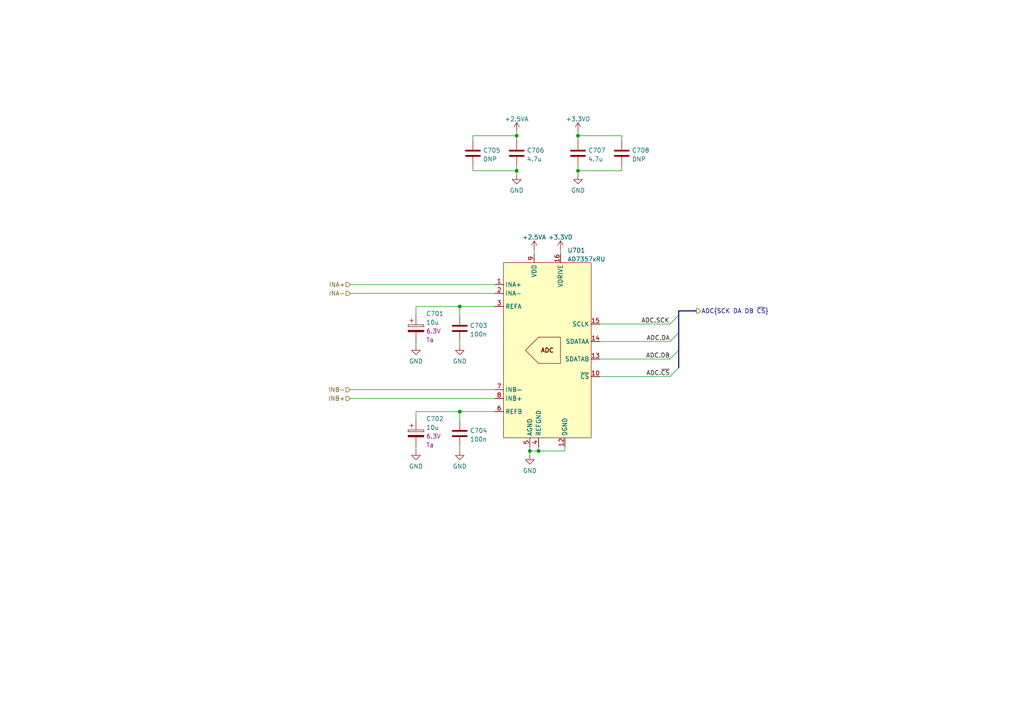
<source format=kicad_sch>
(kicad_sch (version 20211123) (generator eeschema)
  (paper "A4")
  (lib_symbols
    (symbol "Device:C" (pin_numbers hide) (pin_names (offset 0.254))
      (property "Reference" "C" (at 0.635 2.54 0))
      (property "Value" "C" (at 0.635 -2.54 0))
      (symbol "C_0_1"
        (polyline (pts (xy -2.032 -0.762) (xy 2.032 -0.762)) (stroke (width 0.508)))
        (polyline (pts (xy -2.032 0.762) (xy 2.032 0.762)) (stroke (width 0.508)))
      )
      (symbol "C_1_1"
        (pin passive line (at 0 3.81 270) (length 2.794) (name "~") (number "1"))
        (pin passive line (at 0 -3.81 90) (length 2.794) (name "~") (number "2"))
      )
    )
    (symbol "Device:C_Polarized" (pin_numbers hide) (pin_names (offset 0.254))
      (property "Reference" "C" (at 0.635 2.54 0))
      (property "Value" "C_Polarized" (at 0.635 -2.54 0))
      (symbol "C_Polarized_0_1"
        (rectangle (start -2.286 0.508) (end 2.286 1.016))
        (polyline (pts (xy -1.778 2.286) (xy -0.762 2.286)))
        (polyline (pts (xy -1.27 2.794) (xy -1.27 1.778)))
        (rectangle (start 2.286 -0.508) (end -2.286 -1.016) (fill (type outline)))
      )
      (symbol "C_Polarized_1_1"
        (pin passive line (at 0 3.81 270) (length 2.794) (name "~") (number "1"))
        (pin passive line (at 0 -3.81 90) (length 2.794) (name "~") (number "2"))
      )
    )
    (symbol "power:GND" (power) (pin_names (offset 0))
      (property "Value" "GND" (at 0 -3.81 0))
      (symbol "GND_0_1"
        (polyline (pts (xy 0 0) (xy 0 -1.27) (xy 1.27 -1.27) (xy 0 -2.54) (xy -1.27 -1.27) (xy 0 -1.27)))
      )
      (symbol "GND_1_1"
        (pin power_in line (at 0 0 270) (length 0) hide (name "GND") (number "1"))
      )
    )
    (symbol "symbols:+2.5VA" (power) (pin_names (offset 0))
      (property "Value" "+2.5VA" (at 0 3.556 0))
      (symbol "+2.5VA_0_1"
        (polyline (pts (xy -0.762 1.27) (xy 0 2.54)))
        (polyline (pts (xy 0 0) (xy 0 2.54)))
        (polyline (pts (xy 0 2.54) (xy 0.762 1.27)))
      )
      (symbol "+2.5VA_1_1"
        (pin power_in line (at 0 0 90) (length 0) hide (name "+2.5VA") (number "1"))
      )
    )
    (symbol "symbols:+3.3VD" (power) (pin_names (offset 0))
      (property "Value" "+3.3VD" (at 0 3.556 0))
      (symbol "+3.3VD_0_1"
        (polyline (pts (xy -0.762 1.27) (xy 0 2.54)))
        (polyline (pts (xy 0 0) (xy 0 2.54)))
        (polyline (pts (xy 0 2.54) (xy 0.762 1.27)))
      )
      (symbol "+3.3VD_1_1"
        (pin power_in line (at 0 0 90) (length 0) hide (name "+3.3VD") (number "1"))
      )
    )
    (symbol "symbols:AD7357xRU"
      (property "Reference" "U" (at 8.89 22.86 0))
      (property "Value" "AD7357xRU" (at 8.89 20.32 0))
      (symbol "AD7357xRU_0_0"
        (text "ADC" (at 0 0 0) (effects (font (size 1.27 1.27) bold)))
      )
      (symbol "AD7357xRU_0_1"
        (rectangle (start -12.7 25.4) (end 12.7 -25.4) (fill (type background)))
        (polyline (pts (xy -6.35 0) (xy -2.54 3.81) (xy 3.81 3.81) (xy 3.81 -3.81) (xy -2.54 -3.81) (xy -6.35 0)))
      )
      (symbol "AD7357xRU_1_1"
        (pin input line (at -15.24 19.05 0) (length 2.54) (name "INA+") (number "1"))
        (pin input line (at 15.24 -7.62 180) (length 2.54) (name "~{CS}") (number "10"))
        (pin power_in line (at -5.08 -27.94 90) (length 2.54) hide (name "AGND") (number "11"))
        (pin power_in line (at 5.08 -27.94 90) (length 2.54) (name "DGND") (number "12"))
        (pin output line (at 15.24 -2.54 180) (length 2.54) (name "SDATAB") (number "13"))
        (pin output line (at 15.24 2.54 180) (length 2.54) (name "SDATAA") (number "14"))
        (pin input line (at 15.24 7.62 180) (length 2.54) (name "SCLK") (number "15"))
        (pin power_in line (at 3.81 27.94 270) (length 2.54) (name "VDRIVE") (number "16"))
        (pin input line (at -15.24 16.51 0) (length 2.54) (name "INA-") (number "2"))
        (pin bidirectional line (at -15.24 12.7 0) (length 2.54) (name "REFA") (number "3"))
        (pin power_in line (at -2.54 -27.94 90) (length 2.54) (name "REFGND") (number "4"))
        (pin power_in line (at -5.08 -27.94 90) (length 2.54) (name "AGND") (number "5"))
        (pin bidirectional line (at -15.24 -17.78 0) (length 2.54) (name "REFB") (number "6"))
        (pin input line (at -15.24 -11.43 0) (length 2.54) (name "INB-") (number "7"))
        (pin input line (at -15.24 -13.97 0) (length 2.54) (name "INB+") (number "8"))
        (pin power_in line (at -3.81 27.94 270) (length 2.54) (name "VDD") (number "9"))
      )
    )
  )
  (junction (at 149.86 49.53))
  (junction (at 133.35 119.38))
  (junction (at 167.64 49.53))
  (junction (at 149.86 39.37))
  (junction (at 153.67 130.81))
  (junction (at 156.21 130.81))
  (junction (at 133.35 88.9))
  (junction (at 167.64 39.37))
  (bus_entry (at 196.85 106.68) (size -2.54 2.54))
  (bus_entry (at 196.85 91.44) (size -2.54 2.54))
  (bus_entry (at 196.85 96.52) (size -2.54 2.54))
  (bus_entry (at 196.85 101.6) (size -2.54 2.54))
  (wire (pts (xy 101.6 85.09) (xy 143.51 85.09)))
  (bus (pts (xy 196.85 101.6) (xy 196.85 106.68)))
  (wire (pts (xy 180.34 49.53) (xy 167.64 49.53)))
  (wire (pts (xy 120.65 121.92) (xy 120.65 119.38)))
  (wire (pts (xy 149.86 39.37) (xy 149.86 40.64)))
  (wire (pts (xy 120.65 129.54) (xy 120.65 130.81)))
  (wire (pts (xy 173.99 99.06) (xy 194.31 99.06)))
  (wire (pts (xy 137.16 40.64) (xy 137.16 39.37)))
  (wire (pts (xy 173.99 104.14) (xy 194.31 104.14)))
  (wire (pts (xy 133.35 88.9) (xy 133.35 91.44)))
  (wire (pts (xy 133.35 119.38) (xy 133.35 121.92)))
  (wire (pts (xy 180.34 40.64) (xy 180.34 39.37)))
  (wire (pts (xy 162.56 72.39) (xy 162.56 73.66)))
  (wire (pts (xy 173.99 93.98) (xy 194.31 93.98)))
  (bus (pts (xy 196.85 90.17) (xy 196.85 91.44)))
  (wire (pts (xy 149.86 49.53) (xy 149.86 50.8)))
  (wire (pts (xy 163.83 129.54) (xy 163.83 130.81)))
  (wire (pts (xy 173.99 109.22) (xy 194.31 109.22)))
  (wire (pts (xy 137.16 48.26) (xy 137.16 49.53)))
  (wire (pts (xy 153.67 130.81) (xy 156.21 130.81)))
  (wire (pts (xy 120.65 119.38) (xy 133.35 119.38)))
  (wire (pts (xy 133.35 88.9) (xy 143.51 88.9)))
  (bus (pts (xy 196.85 91.44) (xy 196.85 96.52)))
  (wire (pts (xy 137.16 39.37) (xy 149.86 39.37)))
  (wire (pts (xy 167.64 48.26) (xy 167.64 49.53)))
  (wire (pts (xy 156.21 130.81) (xy 163.83 130.81)))
  (wire (pts (xy 101.6 82.55) (xy 143.51 82.55)))
  (wire (pts (xy 149.86 38.1) (xy 149.86 39.37)))
  (wire (pts (xy 101.6 113.03) (xy 143.51 113.03)))
  (wire (pts (xy 180.34 39.37) (xy 167.64 39.37)))
  (wire (pts (xy 133.35 119.38) (xy 143.51 119.38)))
  (bus (pts (xy 196.85 96.52) (xy 196.85 101.6)))
  (wire (pts (xy 120.65 99.06) (xy 120.65 100.33)))
  (bus (pts (xy 201.93 90.17) (xy 196.85 90.17)))
  (wire (pts (xy 120.65 88.9) (xy 133.35 88.9)))
  (wire (pts (xy 154.94 72.39) (xy 154.94 73.66)))
  (wire (pts (xy 167.64 49.53) (xy 167.64 50.8)))
  (wire (pts (xy 167.64 39.37) (xy 167.64 40.64)))
  (wire (pts (xy 153.67 130.81) (xy 153.67 132.08)))
  (wire (pts (xy 167.64 38.1) (xy 167.64 39.37)))
  (wire (pts (xy 149.86 48.26) (xy 149.86 49.53)))
  (wire (pts (xy 180.34 48.26) (xy 180.34 49.53)))
  (wire (pts (xy 156.21 130.81) (xy 156.21 129.54)))
  (wire (pts (xy 153.67 129.54) (xy 153.67 130.81)))
  (wire (pts (xy 133.35 99.06) (xy 133.35 100.33)))
  (wire (pts (xy 137.16 49.53) (xy 149.86 49.53)))
  (wire (pts (xy 120.65 91.44) (xy 120.65 88.9)))
  (wire (pts (xy 133.35 129.54) (xy 133.35 130.81)))
  (wire (pts (xy 101.6 115.57) (xy 143.51 115.57)))
  (label "ADC.DB" (at 194.31 104.14 180))
  (label "ADC.~{CS}" (at 194.31 109.22 180))
  (label "ADC.SCK" (at 194.1706 93.98 180))
  (label "ADC.DA" (at 194.31 99.06 180))
  (hierarchical_label "INA+" (shape input) (at 101.6 82.55 180))
  (hierarchical_label "ADC{SCK DA DB ~{CS}}" (shape output) (at 201.93 90.17 0))
  (hierarchical_label "INB-" (shape input) (at 101.6 113.03 180))
  (hierarchical_label "INA-" (shape input) (at 101.6 85.09 180))
  (hierarchical_label "INB+" (shape input) (at 101.6 115.57 180))
  (symbol (lib_id "symbols:+3.3VD") (at 167.64 38.1 0) (unit 1)
    (property "Reference" "#PWR0710" (effects hide))
    (property "Value" "+3.3VD" (at 167.64 34.5242 0))
  )
  (symbol (lib_id "Device:C_Polarized") (at 120.65 125.73 0) (unit 1)
    (property "Reference" "C702" (at 123.571 121.4694 0) (effects (justify left)))
    (property "Value" "10u" (at 123.571 124.0063 0) (effects (justify left)))
    (property "Footprint" "Capacitor_Tantalum_SMD:CP_EIA-2012-15_AVX-P" (effects hide))
    (property "Spec1" "6.3V" (at 123.571 126.5432 0) (effects (justify left)))
    (property "Spec2" "Ta" (at 123.571 129.0801 0) (effects (justify left)))
    (property "Mfr" "AVX" (effects hide))
    (property "Mfr PN" "TCJN106M006R0500" (effects hide))
  )
  (symbol (lib_id "Device:C") (at 133.35 95.25 0) (unit 1)
    (property "Reference" "C703" (at 136.271 94.4153 0) (effects (justify left)))
    (property "Value" "100n" (at 136.271 96.9522 0) (effects (justify left)))
    (property "Footprint" "Capacitor_SMD:C_0805_2012Metric" (effects hide))
    (property "Mfr" "Samsung" (effects hide))
    (property "Mfr PN" "CL21B104KBFNNNE" (effects hide))
  )
  (symbol (lib_id "symbols:AD7357xRU") (at 158.75 101.6 0) (unit 1)
    (property "Reference" "U701" (at 164.5794 72.6272 0) (effects (justify left)))
    (property "Value" "AD7357xRU" (at 164.5794 75.1641 0) (effects (justify left)))
    (property "Footprint" "Package_SO:TSSOP-16_4.4x5mm_P0.65mm" (effects hide))
    (property "Datasheet" "https://www.analog.com/media/en/technical-documentation/data-sheets/AD7357.pdf" (effects hide))
    (property "Mfr" "Analog Devices" (effects hide))
    (property "Mfr PN" "AD7357BRUZ" (effects hide))
  )
  (symbol (lib_id "power:GND") (at 120.65 130.81 0) (unit 1)
    (property "Reference" "#PWR0702" (effects hide))
    (property "Value" "GND" (at 120.65 135.2534 0))
  )
  (symbol (lib_id "Device:C") (at 133.35 125.73 0) (unit 1)
    (property "Reference" "C704" (at 136.271 124.8953 0) (effects (justify left)))
    (property "Value" "100n" (at 136.271 127.4322 0) (effects (justify left)))
    (property "Footprint" "Capacitor_SMD:C_0805_2012Metric" (effects hide))
    (property "Mfr" "Samsung" (effects hide))
    (property "Mfr PN" "CL21B104KBFNNNE" (effects hide))
  )
  (symbol (lib_id "power:GND") (at 120.65 100.33 0) (unit 1)
    (property "Reference" "#PWR0701" (effects hide))
    (property "Value" "GND" (at 120.65 104.7734 0))
  )
  (symbol (lib_id "Device:C") (at 137.16 44.45 0) (unit 1)
    (property "Reference" "C705" (at 140.081 43.6153 0) (effects (justify left)))
    (property "Value" "DNP" (at 140.081 46.1522 0) (effects (justify left)))
    (property "Footprint" "Capacitor_SMD:C_0805_2012Metric" (effects hide))
  )
  (symbol (lib_id "power:GND") (at 149.86 50.8 0) (unit 1)
    (property "Reference" "#PWR0706" (effects hide))
    (property "Value" "GND" (at 149.86 55.2434 0))
  )
  (symbol (lib_id "symbols:+2.5VA") (at 154.94 72.39 0) (unit 1)
    (property "Reference" "#PWR0708" (effects hide))
    (property "Value" "+2.5VA" (at 154.94 68.8142 0))
  )
  (symbol (lib_id "symbols:+3.3VD") (at 162.56 72.39 0) (unit 1)
    (property "Reference" "#PWR0709" (effects hide))
    (property "Value" "+3.3VD" (at 162.56 68.8142 0))
  )
  (symbol (lib_id "power:GND") (at 133.35 130.81 0) (unit 1)
    (property "Reference" "#PWR0704" (effects hide))
    (property "Value" "GND" (at 133.35 135.2534 0))
  )
  (symbol (lib_id "power:GND") (at 167.64 50.8 0) (unit 1)
    (property "Reference" "#PWR0711" (effects hide))
    (property "Value" "GND" (at 167.64 55.2434 0))
  )
  (symbol (lib_id "Device:C_Polarized") (at 120.65 95.25 0) (unit 1)
    (property "Reference" "C701" (at 123.571 90.9894 0) (effects (justify left)))
    (property "Value" "10u" (at 123.571 93.5263 0) (effects (justify left)))
    (property "Footprint" "Capacitor_Tantalum_SMD:CP_EIA-2012-15_AVX-P" (effects hide))
    (property "Spec1" "6.3V" (at 123.571 96.0632 0) (effects (justify left)))
    (property "Spec2" "Ta" (at 123.571 98.6001 0) (effects (justify left)))
    (property "Mfr" "AVX" (effects hide))
    (property "Mfr PN" "TCJN106M006R0500" (effects hide))
  )
  (symbol (lib_id "symbols:+2.5VA") (at 149.86 38.1 0) (unit 1)
    (property "Reference" "#PWR0705" (effects hide))
    (property "Value" "+2.5VA" (at 149.86 34.5242 0))
  )
  (symbol (lib_id "Device:C") (at 167.64 44.45 0) (unit 1)
    (property "Reference" "C707" (at 170.561 43.6153 0) (effects (justify left)))
    (property "Value" "4.7u" (at 170.561 46.1522 0) (effects (justify left)))
    (property "Footprint" "Capacitor_SMD:C_0805_2012Metric" (effects hide))
    (property "Mfr" "Murata" (effects hide))
    (property "Mfr PN" "GRM21BR71C475ME51" (effects hide))
  )
  (symbol (lib_id "Device:C") (at 180.34 44.45 0) (unit 1)
    (property "Reference" "C708" (at 183.261 43.6153 0) (effects (justify left)))
    (property "Value" "DNP" (at 183.261 46.1522 0) (effects (justify left)))
    (property "Footprint" "Capacitor_SMD:C_0805_2012Metric" (effects hide))
  )
  (symbol (lib_id "Device:C") (at 149.86 44.45 0) (unit 1)
    (property "Reference" "C706" (at 152.781 43.6153 0) (effects (justify left)))
    (property "Value" "4.7u" (at 152.781 46.1522 0) (effects (justify left)))
    (property "Footprint" "Capacitor_SMD:C_0805_2012Metric" (effects hide))
    (property "Mfr" "Murata" (effects hide))
    (property "Mfr PN" "GRM21BR71C475ME51" (effects hide))
  )
  (symbol (lib_id "power:GND") (at 153.67 132.08 0) (unit 1)
    (property "Reference" "#PWR0707" (effects hide))
    (property "Value" "GND" (at 153.67 136.5234 0))
  )
  (symbol (lib_id "power:GND") (at 133.35 100.33 0) (unit 1)
    (property "Reference" "#PWR0703" (effects hide))
    (property "Value" "GND" (at 133.35 104.7734 0))
  )
)
</source>
